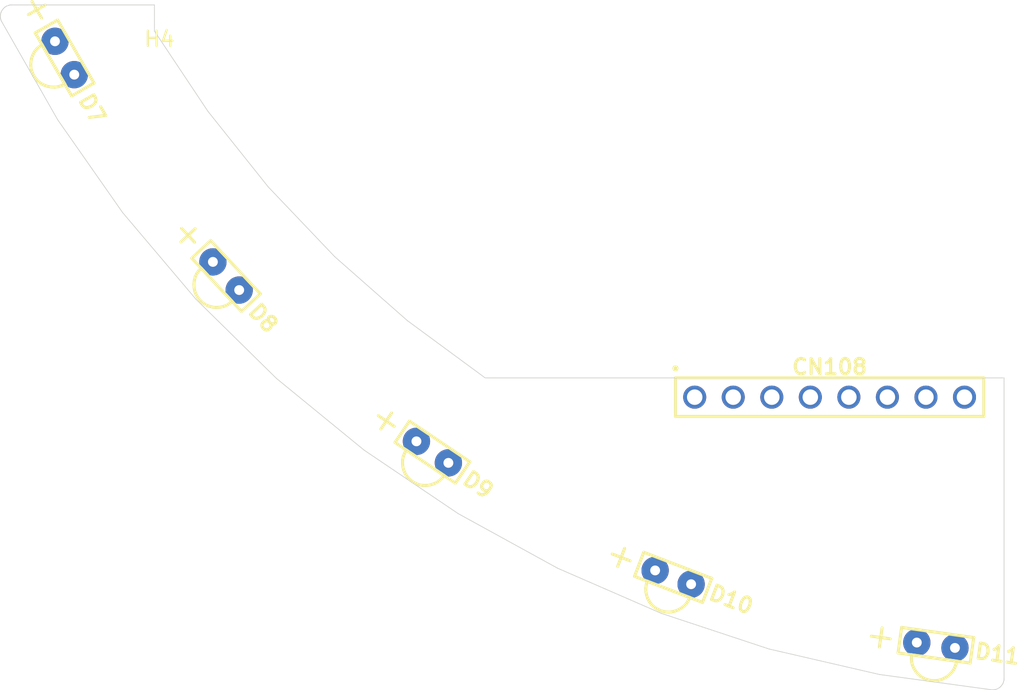
<source format=kicad_pcb>
(kicad_pcb (version 20171130) (host pcbnew 5.1.6-c6e7f7d~87~ubuntu18.04.1)

  (general
    (thickness 1.6)
    (drawings 63)
    (tracks 0)
    (zones 0)
    (modules 7)
    (nets 9)
  )

  (page A)
  (title_block
    (title "HR2 SW PCB")
    (date 2020-06-13)
    (rev A)
    (company "Hombrew Robotics Club")
  )

  (layers
    (0 F.Cu signal)
    (31 B.Cu signal)
    (32 B.Adhes user)
    (33 F.Adhes user)
    (34 B.Paste user)
    (35 F.Paste user)
    (36 B.SilkS user)
    (37 F.SilkS user)
    (38 B.Mask user)
    (39 F.Mask user)
    (40 Dwgs.User user)
    (41 Cmts.User user)
    (42 Eco1.User user)
    (43 Eco2.User user)
    (44 Edge.Cuts user)
    (45 Margin user)
    (46 B.CrtYd user)
    (47 F.CrtYd user)
    (48 B.Fab user)
    (49 F.Fab user hide)
  )

  (setup
    (last_trace_width 0.25)
    (trace_clearance 0.2)
    (zone_clearance 0.508)
    (zone_45_only no)
    (trace_min 0.2)
    (via_size 0.8)
    (via_drill 0.4)
    (via_min_size 0.4)
    (via_min_drill 0.3)
    (uvia_size 0.3)
    (uvia_drill 0.1)
    (uvias_allowed no)
    (uvia_min_size 0.2)
    (uvia_min_drill 0.1)
    (edge_width 0.05)
    (segment_width 0.2)
    (pcb_text_width 0.3)
    (pcb_text_size 1.5 1.5)
    (mod_edge_width 0.12)
    (mod_text_size 1 1)
    (mod_text_width 0.15)
    (pad_size 1.524 1.524)
    (pad_drill 0.762)
    (pad_to_mask_clearance 0.05)
    (aux_axis_origin 0 0)
    (visible_elements FFFFFF7F)
    (pcbplotparams
      (layerselection 0x010fc_ffffffff)
      (usegerberextensions false)
      (usegerberattributes true)
      (usegerberadvancedattributes true)
      (creategerberjobfile true)
      (excludeedgelayer true)
      (linewidth 0.100000)
      (plotframeref false)
      (viasonmask false)
      (mode 1)
      (useauxorigin false)
      (hpglpennumber 1)
      (hpglpenspeed 20)
      (hpglpendiameter 15.000000)
      (psnegative false)
      (psa4output false)
      (plotreference true)
      (plotvalue true)
      (plotinvisibletext false)
      (padsonsilk false)
      (subtractmaskfromsilk false)
      (outputformat 1)
      (mirror false)
      (drillshape 1)
      (scaleselection 1)
      (outputdirectory ""))
  )

  (net 0 "")
  (net 1 "Net-(CN108-Pad8)")
  (net 2 "Net-(CN108-Pad7)")
  (net 3 "Net-(CN108-Pad6)")
  (net 4 "Net-(CN108-Pad5)")
  (net 5 "Net-(CN108-Pad4)")
  (net 6 "Net-(CN108-Pad3)")
  (net 7 "Net-(CN108-Pad2)")
  (net 8 "Net-(CN108-Pad1)")

  (net_class Default "This is the default net class."
    (clearance 0.2)
    (trace_width 0.25)
    (via_dia 0.8)
    (via_drill 0.4)
    (uvia_dia 0.3)
    (uvia_drill 0.1)
    (add_net "Net-(CN108-Pad1)")
    (add_net "Net-(CN108-Pad2)")
    (add_net "Net-(CN108-Pad3)")
    (add_net "Net-(CN108-Pad4)")
    (add_net "Net-(CN108-Pad5)")
    (add_net "Net-(CN108-Pad6)")
    (add_net "Net-(CN108-Pad7)")
    (add_net "Net-(CN108-Pad8)")
  )

  (module HR2:BRIDGE_SW_OUTER_M1x8 (layer F.Cu) (tedit 5F3849B3) (tstamp 5F38D820)
    (at 82 161.87)
    (path /5F387C15)
    (fp_text reference CN108 (at 0 -2) (layer F.SilkS)
      (effects (font (size 1 1) (thickness 0.2)))
    )
    (fp_text value BRIDGE_SW_OUTER;M1x8 (at 0 0) (layer F.Fab)
      (effects (font (size 1 1) (thickness 0.2)))
    )
    (fp_line (start -10.06 -1.91) (end -10.09 -1.98) (layer F.SilkS) (width 0.2))
    (fp_line (start -10.09 -1.98) (end -10.16 -2.01) (layer F.SilkS) (width 0.2))
    (fp_line (start -10.16 -2.01) (end -10.23 -1.98) (layer F.SilkS) (width 0.2))
    (fp_line (start -10.23 -1.98) (end -10.26 -1.91) (layer F.SilkS) (width 0.2))
    (fp_line (start -10.26 -1.91) (end -10.23 -1.83) (layer F.SilkS) (width 0.2))
    (fp_line (start -10.23 -1.83) (end -10.16 -1.8) (layer F.SilkS) (width 0.2))
    (fp_line (start -10.16 -1.8) (end -10.09 -1.83) (layer F.SilkS) (width 0.2))
    (fp_line (start -10.09 -1.83) (end -10.06 -1.91) (layer F.SilkS) (width 0.2))
    (fp_line (start 10.16 -1.27) (end 10.16 1.27) (layer F.SilkS) (width 0.2))
    (fp_line (start 10.16 1.27) (end -10.16 1.27) (layer F.SilkS) (width 0.2))
    (fp_line (start -10.16 1.27) (end -10.16 -1.27) (layer F.SilkS) (width 0.2))
    (fp_line (start -10.16 -1.27) (end 10.16 -1.27) (layer F.SilkS) (width 0.2))
    (pad 8 thru_hole circle (at 8.89 0) (size 1.52 1.52) (drill 1.02) (layers *.Cu *.Mask)
      (net 1 "Net-(CN108-Pad8)"))
    (pad 7 thru_hole circle (at 6.35 0) (size 1.52 1.52) (drill 1.02) (layers *.Cu *.Mask)
      (net 2 "Net-(CN108-Pad7)"))
    (pad 6 thru_hole circle (at 3.81 0) (size 1.52 1.52) (drill 1.02) (layers *.Cu *.Mask)
      (net 3 "Net-(CN108-Pad6)"))
    (pad 5 thru_hole circle (at 1.27 0) (size 1.52 1.52) (drill 1.02) (layers *.Cu *.Mask)
      (net 4 "Net-(CN108-Pad5)"))
    (pad 4 thru_hole circle (at -1.27 0) (size 1.52 1.52) (drill 1.02) (layers *.Cu *.Mask)
      (net 5 "Net-(CN108-Pad4)"))
    (pad 3 thru_hole circle (at -3.81 0) (size 1.52 1.52) (drill 1.02) (layers *.Cu *.Mask)
      (net 6 "Net-(CN108-Pad3)"))
    (pad 2 thru_hole circle (at -6.35 0) (size 1.52 1.52) (drill 1.02) (layers *.Cu *.Mask)
      (net 7 "Net-(CN108-Pad2)"))
    (pad 1 thru_hole circle (at -8.89 0) (size 1.52 1.52) (drill 1.02) (layers *.Cu *.Mask)
      (net 8 "Net-(CN108-Pad1)"))
  )

  (module HR2:LED_GRNRA (layer F.Cu) (tedit 5F309859) (tstamp 5F311D1A)
    (at 89.0053 178.2312 262)
    (path /5F30EB24)
    (fp_text reference D11 (at 0 -4.1 172) (layer F.SilkS)
      (effects (font (size 1 1) (thickness 0.2)))
    )
    (fp_text value LED;GRNRA (at 0 0 82) (layer F.Fab)
      (effects (font (size 1 1) (thickness 0.2)))
    )
    (fp_line (start -0.85 -2.4) (end 0.85 -2.4) (layer F.SilkS) (width 0.2))
    (fp_line (start -0.85 2.4) (end -0.85 -2.4) (layer F.SilkS) (width 0.2))
    (fp_line (start 0.85 2.4) (end -0.85 2.4) (layer F.SilkS) (width 0.2))
    (fp_line (start 0.85 -2.4) (end 0.85 2.4) (layer F.SilkS) (width 0.2))
    (fp_line (start 0.85 -1.5) (end 0.85 1.5) (layer F.SilkS) (width 0.2))
    (fp_line (start 1.08 -1.48) (end 0.85 -1.5) (layer F.SilkS) (width 0.2))
    (fp_line (start 1.31 -1.43) (end 1.08 -1.48) (layer F.SilkS) (width 0.2))
    (fp_line (start 1.53 -1.34) (end 1.31 -1.43) (layer F.SilkS) (width 0.2))
    (fp_line (start 1.73 -1.21) (end 1.53 -1.34) (layer F.SilkS) (width 0.2))
    (fp_line (start 1.91 -1.06) (end 1.73 -1.21) (layer F.SilkS) (width 0.2))
    (fp_line (start 2.06 -0.88) (end 1.91 -1.06) (layer F.SilkS) (width 0.2))
    (fp_line (start 2.19 -0.68) (end 2.06 -0.88) (layer F.SilkS) (width 0.2))
    (fp_line (start 2.28 -0.46) (end 2.19 -0.68) (layer F.SilkS) (width 0.2))
    (fp_line (start 2.33 -0.23) (end 2.28 -0.46) (layer F.SilkS) (width 0.2))
    (fp_line (start 2.35 0) (end 2.33 -0.23) (layer F.SilkS) (width 0.2))
    (fp_line (start 2.33 0.23) (end 2.35 0) (layer F.SilkS) (width 0.2))
    (fp_line (start 2.28 0.46) (end 2.33 0.23) (layer F.SilkS) (width 0.2))
    (fp_line (start 2.19 0.68) (end 2.28 0.46) (layer F.SilkS) (width 0.2))
    (fp_line (start 2.06 0.88) (end 2.19 0.68) (layer F.SilkS) (width 0.2))
    (fp_line (start 1.91 1.06) (end 2.06 0.88) (layer F.SilkS) (width 0.2))
    (fp_line (start 1.73 1.21) (end 1.91 1.06) (layer F.SilkS) (width 0.2))
    (fp_line (start 1.53 1.34) (end 1.73 1.21) (layer F.SilkS) (width 0.2))
    (fp_line (start 1.31 1.43) (end 1.53 1.34) (layer F.SilkS) (width 0.2))
    (fp_line (start 1.08 1.48) (end 1.31 1.43) (layer F.SilkS) (width 0.2))
    (fp_line (start 0.85 1.5) (end 1.08 1.48) (layer F.SilkS) (width 0.2))
    (fp_line (start -0.64 3.67) (end 0.64 3.67) (layer F.SilkS) (width 0.2))
    (fp_line (start 0 4.3) (end 0 3.04) (layer F.SilkS) (width 0.2))
    (pad - thru_hole circle (at 0 -1.27 262) (size 1.8 1.8) (drill 0.65) (layers *.Cu *.Mask))
    (pad + thru_hole circle (at 0 1.27 262) (size 1.8 1.8) (drill 0.65) (layers *.Cu *.Mask))
  )

  (module HR2:LED_GRNRA (layer F.Cu) (tedit 5F309859) (tstamp 5F311CF9)
    (at 71.6889 173.7529 249)
    (path /5F30CF92)
    (fp_text reference D10 (at 0 -4.1 159) (layer F.SilkS)
      (effects (font (size 1 1) (thickness 0.2)))
    )
    (fp_text value LED;GRNRA (at 0 0 69) (layer F.Fab)
      (effects (font (size 1 1) (thickness 0.2)))
    )
    (fp_line (start -0.85 -2.4) (end 0.85 -2.4) (layer F.SilkS) (width 0.2))
    (fp_line (start -0.85 2.4) (end -0.85 -2.4) (layer F.SilkS) (width 0.2))
    (fp_line (start 0.85 2.4) (end -0.85 2.4) (layer F.SilkS) (width 0.2))
    (fp_line (start 0.85 -2.4) (end 0.85 2.4) (layer F.SilkS) (width 0.2))
    (fp_line (start 0.85 -1.5) (end 0.85 1.5) (layer F.SilkS) (width 0.2))
    (fp_line (start 1.08 -1.48) (end 0.85 -1.5) (layer F.SilkS) (width 0.2))
    (fp_line (start 1.31 -1.43) (end 1.08 -1.48) (layer F.SilkS) (width 0.2))
    (fp_line (start 1.53 -1.34) (end 1.31 -1.43) (layer F.SilkS) (width 0.2))
    (fp_line (start 1.73 -1.21) (end 1.53 -1.34) (layer F.SilkS) (width 0.2))
    (fp_line (start 1.91 -1.06) (end 1.73 -1.21) (layer F.SilkS) (width 0.2))
    (fp_line (start 2.06 -0.88) (end 1.91 -1.06) (layer F.SilkS) (width 0.2))
    (fp_line (start 2.19 -0.68) (end 2.06 -0.88) (layer F.SilkS) (width 0.2))
    (fp_line (start 2.28 -0.46) (end 2.19 -0.68) (layer F.SilkS) (width 0.2))
    (fp_line (start 2.33 -0.23) (end 2.28 -0.46) (layer F.SilkS) (width 0.2))
    (fp_line (start 2.35 0) (end 2.33 -0.23) (layer F.SilkS) (width 0.2))
    (fp_line (start 2.33 0.23) (end 2.35 0) (layer F.SilkS) (width 0.2))
    (fp_line (start 2.28 0.46) (end 2.33 0.23) (layer F.SilkS) (width 0.2))
    (fp_line (start 2.19 0.68) (end 2.28 0.46) (layer F.SilkS) (width 0.2))
    (fp_line (start 2.06 0.88) (end 2.19 0.68) (layer F.SilkS) (width 0.2))
    (fp_line (start 1.91 1.06) (end 2.06 0.88) (layer F.SilkS) (width 0.2))
    (fp_line (start 1.73 1.21) (end 1.91 1.06) (layer F.SilkS) (width 0.2))
    (fp_line (start 1.53 1.34) (end 1.73 1.21) (layer F.SilkS) (width 0.2))
    (fp_line (start 1.31 1.43) (end 1.53 1.34) (layer F.SilkS) (width 0.2))
    (fp_line (start 1.08 1.48) (end 1.31 1.43) (layer F.SilkS) (width 0.2))
    (fp_line (start 0.85 1.5) (end 1.08 1.48) (layer F.SilkS) (width 0.2))
    (fp_line (start -0.64 3.67) (end 0.64 3.67) (layer F.SilkS) (width 0.2))
    (fp_line (start 0 4.3) (end 0 3.04) (layer F.SilkS) (width 0.2))
    (pad - thru_hole circle (at 0 -1.27 249) (size 1.8 1.8) (drill 0.65) (layers *.Cu *.Mask))
    (pad + thru_hole circle (at 0 1.27 249) (size 1.8 1.8) (drill 0.65) (layers *.Cu *.Mask))
  )

  (module HR2:LED_GRNRA (layer F.Cu) (tedit 5F309859) (tstamp 5F311EED)
    (at 55.8238 165.494 236)
    (path /5F30CF88)
    (fp_text reference D9 (at 0.1 -3.7 146) (layer F.SilkS)
      (effects (font (size 1 1) (thickness 0.2)))
    )
    (fp_text value LED;GRNRA (at 0 0 56) (layer F.Fab)
      (effects (font (size 1 1) (thickness 0.2)))
    )
    (fp_line (start -0.85 -2.4) (end 0.85 -2.4) (layer F.SilkS) (width 0.2))
    (fp_line (start -0.85 2.4) (end -0.85 -2.4) (layer F.SilkS) (width 0.2))
    (fp_line (start 0.85 2.4) (end -0.85 2.4) (layer F.SilkS) (width 0.2))
    (fp_line (start 0.85 -2.4) (end 0.85 2.4) (layer F.SilkS) (width 0.2))
    (fp_line (start 0.85 -1.5) (end 0.85 1.5) (layer F.SilkS) (width 0.2))
    (fp_line (start 1.08 -1.48) (end 0.85 -1.5) (layer F.SilkS) (width 0.2))
    (fp_line (start 1.31 -1.43) (end 1.08 -1.48) (layer F.SilkS) (width 0.2))
    (fp_line (start 1.53 -1.34) (end 1.31 -1.43) (layer F.SilkS) (width 0.2))
    (fp_line (start 1.73 -1.21) (end 1.53 -1.34) (layer F.SilkS) (width 0.2))
    (fp_line (start 1.91 -1.06) (end 1.73 -1.21) (layer F.SilkS) (width 0.2))
    (fp_line (start 2.06 -0.88) (end 1.91 -1.06) (layer F.SilkS) (width 0.2))
    (fp_line (start 2.19 -0.68) (end 2.06 -0.88) (layer F.SilkS) (width 0.2))
    (fp_line (start 2.28 -0.46) (end 2.19 -0.68) (layer F.SilkS) (width 0.2))
    (fp_line (start 2.33 -0.23) (end 2.28 -0.46) (layer F.SilkS) (width 0.2))
    (fp_line (start 2.35 0) (end 2.33 -0.23) (layer F.SilkS) (width 0.2))
    (fp_line (start 2.33 0.23) (end 2.35 0) (layer F.SilkS) (width 0.2))
    (fp_line (start 2.28 0.46) (end 2.33 0.23) (layer F.SilkS) (width 0.2))
    (fp_line (start 2.19 0.68) (end 2.28 0.46) (layer F.SilkS) (width 0.2))
    (fp_line (start 2.06 0.88) (end 2.19 0.68) (layer F.SilkS) (width 0.2))
    (fp_line (start 1.91 1.06) (end 2.06 0.88) (layer F.SilkS) (width 0.2))
    (fp_line (start 1.73 1.21) (end 1.91 1.06) (layer F.SilkS) (width 0.2))
    (fp_line (start 1.53 1.34) (end 1.73 1.21) (layer F.SilkS) (width 0.2))
    (fp_line (start 1.31 1.43) (end 1.53 1.34) (layer F.SilkS) (width 0.2))
    (fp_line (start 1.08 1.48) (end 1.31 1.43) (layer F.SilkS) (width 0.2))
    (fp_line (start 0.85 1.5) (end 1.08 1.48) (layer F.SilkS) (width 0.2))
    (fp_line (start -0.64 3.67) (end 0.64 3.67) (layer F.SilkS) (width 0.2))
    (fp_line (start 0 4.3) (end 0 3.04) (layer F.SilkS) (width 0.2))
    (pad - thru_hole circle (at 0 -1.27 236) (size 1.8 1.8) (drill 0.65) (layers *.Cu *.Mask))
    (pad + thru_hole circle (at 0 1.27 236) (size 1.8 1.8) (drill 0.65) (layers *.Cu *.Mask))
  )

  (module HR2:LED_GRNRA (layer F.Cu) (tedit 5F309859) (tstamp 5F311CB7)
    (at 42.2231 153.8779 223)
    (path /5F30CB7A)
    (fp_text reference D8 (at 0.1 -3.7 133) (layer F.SilkS)
      (effects (font (size 1 1) (thickness 0.2)))
    )
    (fp_text value LED;GRNRA (at 0 0 43) (layer F.Fab)
      (effects (font (size 1 1) (thickness 0.2)))
    )
    (fp_line (start -0.85 -2.4) (end 0.85 -2.4) (layer F.SilkS) (width 0.2))
    (fp_line (start -0.85 2.4) (end -0.85 -2.4) (layer F.SilkS) (width 0.2))
    (fp_line (start 0.85 2.4) (end -0.85 2.4) (layer F.SilkS) (width 0.2))
    (fp_line (start 0.85 -2.4) (end 0.85 2.4) (layer F.SilkS) (width 0.2))
    (fp_line (start 0.85 -1.5) (end 0.85 1.5) (layer F.SilkS) (width 0.2))
    (fp_line (start 1.08 -1.48) (end 0.85 -1.5) (layer F.SilkS) (width 0.2))
    (fp_line (start 1.31 -1.43) (end 1.08 -1.48) (layer F.SilkS) (width 0.2))
    (fp_line (start 1.53 -1.34) (end 1.31 -1.43) (layer F.SilkS) (width 0.2))
    (fp_line (start 1.73 -1.21) (end 1.53 -1.34) (layer F.SilkS) (width 0.2))
    (fp_line (start 1.91 -1.06) (end 1.73 -1.21) (layer F.SilkS) (width 0.2))
    (fp_line (start 2.06 -0.88) (end 1.91 -1.06) (layer F.SilkS) (width 0.2))
    (fp_line (start 2.19 -0.68) (end 2.06 -0.88) (layer F.SilkS) (width 0.2))
    (fp_line (start 2.28 -0.46) (end 2.19 -0.68) (layer F.SilkS) (width 0.2))
    (fp_line (start 2.33 -0.23) (end 2.28 -0.46) (layer F.SilkS) (width 0.2))
    (fp_line (start 2.35 0) (end 2.33 -0.23) (layer F.SilkS) (width 0.2))
    (fp_line (start 2.33 0.23) (end 2.35 0) (layer F.SilkS) (width 0.2))
    (fp_line (start 2.28 0.46) (end 2.33 0.23) (layer F.SilkS) (width 0.2))
    (fp_line (start 2.19 0.68) (end 2.28 0.46) (layer F.SilkS) (width 0.2))
    (fp_line (start 2.06 0.88) (end 2.19 0.68) (layer F.SilkS) (width 0.2))
    (fp_line (start 1.91 1.06) (end 2.06 0.88) (layer F.SilkS) (width 0.2))
    (fp_line (start 1.73 1.21) (end 1.91 1.06) (layer F.SilkS) (width 0.2))
    (fp_line (start 1.53 1.34) (end 1.73 1.21) (layer F.SilkS) (width 0.2))
    (fp_line (start 1.31 1.43) (end 1.53 1.34) (layer F.SilkS) (width 0.2))
    (fp_line (start 1.08 1.48) (end 1.31 1.43) (layer F.SilkS) (width 0.2))
    (fp_line (start 0.85 1.5) (end 1.08 1.48) (layer F.SilkS) (width 0.2))
    (fp_line (start -0.64 3.67) (end 0.64 3.67) (layer F.SilkS) (width 0.2))
    (fp_line (start 0 4.3) (end 0 3.04) (layer F.SilkS) (width 0.2))
    (pad - thru_hole circle (at 0 -1.27 223) (size 1.8 1.8) (drill 0.65) (layers *.Cu *.Mask))
    (pad + thru_hole circle (at 0 1.27 223) (size 1.8 1.8) (drill 0.65) (layers *.Cu *.Mask))
  )

  (module HR2:LED_GRNRA (layer F.Cu) (tedit 5F309859) (tstamp 5F311C96)
    (at 31.584 139.5 210)
    (path /5F30BFB1)
    (fp_text reference D7 (at 0.1 -3.8 120) (layer F.SilkS)
      (effects (font (size 1 1) (thickness 0.2)))
    )
    (fp_text value LED;GRNRA (at 0 0 30) (layer F.Fab)
      (effects (font (size 1 1) (thickness 0.2)))
    )
    (fp_line (start -0.85 -2.4) (end 0.85 -2.4) (layer F.SilkS) (width 0.2))
    (fp_line (start -0.85 2.4) (end -0.85 -2.4) (layer F.SilkS) (width 0.2))
    (fp_line (start 0.85 2.4) (end -0.85 2.4) (layer F.SilkS) (width 0.2))
    (fp_line (start 0.85 -2.4) (end 0.85 2.4) (layer F.SilkS) (width 0.2))
    (fp_line (start 0.85 -1.5) (end 0.85 1.5) (layer F.SilkS) (width 0.2))
    (fp_line (start 1.08 -1.48) (end 0.85 -1.5) (layer F.SilkS) (width 0.2))
    (fp_line (start 1.31 -1.43) (end 1.08 -1.48) (layer F.SilkS) (width 0.2))
    (fp_line (start 1.53 -1.34) (end 1.31 -1.43) (layer F.SilkS) (width 0.2))
    (fp_line (start 1.73 -1.21) (end 1.53 -1.34) (layer F.SilkS) (width 0.2))
    (fp_line (start 1.91 -1.06) (end 1.73 -1.21) (layer F.SilkS) (width 0.2))
    (fp_line (start 2.06 -0.88) (end 1.91 -1.06) (layer F.SilkS) (width 0.2))
    (fp_line (start 2.19 -0.68) (end 2.06 -0.88) (layer F.SilkS) (width 0.2))
    (fp_line (start 2.28 -0.46) (end 2.19 -0.68) (layer F.SilkS) (width 0.2))
    (fp_line (start 2.33 -0.23) (end 2.28 -0.46) (layer F.SilkS) (width 0.2))
    (fp_line (start 2.35 0) (end 2.33 -0.23) (layer F.SilkS) (width 0.2))
    (fp_line (start 2.33 0.23) (end 2.35 0) (layer F.SilkS) (width 0.2))
    (fp_line (start 2.28 0.46) (end 2.33 0.23) (layer F.SilkS) (width 0.2))
    (fp_line (start 2.19 0.68) (end 2.28 0.46) (layer F.SilkS) (width 0.2))
    (fp_line (start 2.06 0.88) (end 2.19 0.68) (layer F.SilkS) (width 0.2))
    (fp_line (start 1.91 1.06) (end 2.06 0.88) (layer F.SilkS) (width 0.2))
    (fp_line (start 1.73 1.21) (end 1.91 1.06) (layer F.SilkS) (width 0.2))
    (fp_line (start 1.53 1.34) (end 1.73 1.21) (layer F.SilkS) (width 0.2))
    (fp_line (start 1.31 1.43) (end 1.53 1.34) (layer F.SilkS) (width 0.2))
    (fp_line (start 1.08 1.48) (end 1.31 1.43) (layer F.SilkS) (width 0.2))
    (fp_line (start 0.85 1.5) (end 1.08 1.48) (layer F.SilkS) (width 0.2))
    (fp_line (start -0.64 3.67) (end 0.64 3.67) (layer F.SilkS) (width 0.2))
    (fp_line (start 0 4.3) (end 0 3.04) (layer F.SilkS) (width 0.2))
    (pad - thru_hole circle (at 0 -1.27 210) (size 1.8 1.8) (drill 0.65) (layers *.Cu *.Mask))
    (pad + thru_hole circle (at 0 1.27 210) (size 1.8 1.8) (drill 0.65) (layers *.Cu *.Mask))
  )

  (module MountingHole:MountingHole_2.7mm_M2.5 (layer F.Cu) (tedit 56D1B4CB) (tstamp 5F2FD63A)
    (at 37.8316 141.9423)
    (descr "Mounting Hole 2.7mm, no annular, M2.5")
    (tags "mounting hole 2.7mm no annular m2.5")
    (path /5F2F7A6B)
    (attr virtual)
    (fp_text reference H4 (at 0 -3.7) (layer F.SilkS)
      (effects (font (size 1 1) (thickness 0.15)))
    )
    (fp_text value HOLE;M2.5 (at 0 3.7) (layer F.Fab)
      (effects (font (size 1 1) (thickness 0.15)))
    )
    (fp_circle (center 0 0) (end 2.7 0) (layer Cmts.User) (width 0.15))
    (fp_circle (center 0 0) (end 2.95 0) (layer F.CrtYd) (width 0.05))
    (fp_text user %R (at 0.3 0) (layer F.Fab)
      (effects (font (size 1 1) (thickness 0.15)))
    )
    (pad 1 np_thru_hole circle (at 0 0) (size 2.7 2.7) (drill 2.7) (layers *.Cu *.Mask))
  )

  (gr_line (start 37.5 136) (end 28.1 136) (layer Edge.Cuts) (width 0.05))
  (gr_line (start 28.1 136) (end 28.03 136) (layer Edge.Cuts) (width 0.05))
  (gr_line (start 28.03 136) (end 27.96 136.01) (layer Edge.Cuts) (width 0.05))
  (gr_line (start 27.96 136.01) (end 27.9 136.03) (layer Edge.Cuts) (width 0.05))
  (gr_line (start 27.9 136.03) (end 27.84 136.05) (layer Edge.Cuts) (width 0.05))
  (gr_line (start 27.84 136.05) (end 27.77 136.07) (layer Edge.Cuts) (width 0.05))
  (gr_line (start 27.77 136.07) (end 27.72 136.1) (layer Edge.Cuts) (width 0.05))
  (gr_line (start 27.72 136.1) (end 27.66 136.14) (layer Edge.Cuts) (width 0.05))
  (gr_line (start 27.66 136.14) (end 27.61 136.18) (layer Edge.Cuts) (width 0.05))
  (gr_line (start 27.61 136.18) (end 27.56 136.23) (layer Edge.Cuts) (width 0.05))
  (gr_line (start 27.56 136.23) (end 27.52 136.28) (layer Edge.Cuts) (width 0.05))
  (gr_line (start 27.52 136.28) (end 27.48 136.33) (layer Edge.Cuts) (width 0.05))
  (gr_line (start 27.48 136.33) (end 27.44 136.39) (layer Edge.Cuts) (width 0.05))
  (gr_line (start 27.44 136.39) (end 27.41 136.45) (layer Edge.Cuts) (width 0.05))
  (gr_line (start 27.41 136.45) (end 27.39 136.51) (layer Edge.Cuts) (width 0.05))
  (gr_line (start 27.39 136.51) (end 27.37 136.57) (layer Edge.Cuts) (width 0.05))
  (gr_line (start 27.37 136.57) (end 27.36 136.64) (layer Edge.Cuts) (width 0.05))
  (gr_line (start 27.36 136.64) (end 27.35 136.7) (layer Edge.Cuts) (width 0.05))
  (gr_line (start 27.35 136.7) (end 27.35 136.77) (layer Edge.Cuts) (width 0.05))
  (gr_line (start 27.35 136.77) (end 27.35 136.84) (layer Edge.Cuts) (width 0.05))
  (gr_line (start 27.35 136.84) (end 27.36 136.9) (layer Edge.Cuts) (width 0.05))
  (gr_line (start 27.36 136.9) (end 27.38 136.97) (layer Edge.Cuts) (width 0.05))
  (gr_line (start 27.38 136.97) (end 27.4 137.03) (layer Edge.Cuts) (width 0.05))
  (gr_line (start 27.4 137.03) (end 27.43 137.09) (layer Edge.Cuts) (width 0.05))
  (gr_line (start 27.43 137.09) (end 27.43 137.09) (layer Edge.Cuts) (width 0.05))
  (gr_line (start 27.43 137.09) (end 31.13 143.58) (layer Edge.Cuts) (width 0.05))
  (gr_line (start 31.13 143.58) (end 35.41 149.7) (layer Edge.Cuts) (width 0.05))
  (gr_line (start 35.41 149.7) (end 40.23 155.4) (layer Edge.Cuts) (width 0.05))
  (gr_line (start 40.23 155.4) (end 45.55 160.64) (layer Edge.Cuts) (width 0.05))
  (gr_line (start 45.55 160.64) (end 51.33 165.37) (layer Edge.Cuts) (width 0.05))
  (gr_line (start 51.33 165.37) (end 57.52 169.55) (layer Edge.Cuts) (width 0.05))
  (gr_line (start 57.52 169.55) (end 64.07 173.15) (layer Edge.Cuts) (width 0.05))
  (gr_line (start 64.07 173.15) (end 70.91 176.13) (layer Edge.Cuts) (width 0.05))
  (gr_line (start 70.91 176.13) (end 78.01 178.48) (layer Edge.Cuts) (width 0.05))
  (gr_line (start 78.01 178.48) (end 85.28 180.16) (layer Edge.Cuts) (width 0.05))
  (gr_line (start 85.28 180.16) (end 92.68 181.17) (layer Edge.Cuts) (width 0.05))
  (gr_line (start 92.68 181.17) (end 92.75 181.17) (layer Edge.Cuts) (width 0.05))
  (gr_line (start 92.75 181.17) (end 92.81 181.17) (layer Edge.Cuts) (width 0.05))
  (gr_line (start 92.81 181.17) (end 92.88 181.16) (layer Edge.Cuts) (width 0.05))
  (gr_line (start 92.88 181.16) (end 92.94 181.15) (layer Edge.Cuts) (width 0.05))
  (gr_line (start 92.94 181.15) (end 93.01 181.13) (layer Edge.Cuts) (width 0.05))
  (gr_line (start 93.01 181.13) (end 93.07 181.1) (layer Edge.Cuts) (width 0.05))
  (gr_line (start 93.07 181.1) (end 93.12 181.07) (layer Edge.Cuts) (width 0.05))
  (gr_line (start 93.12 181.07) (end 93.18 181.04) (layer Edge.Cuts) (width 0.05))
  (gr_line (start 93.18 181.04) (end 93.23 181) (layer Edge.Cuts) (width 0.05))
  (gr_line (start 93.23 181) (end 93.28 180.95) (layer Edge.Cuts) (width 0.05))
  (gr_line (start 93.28 180.95) (end 93.32 180.91) (layer Edge.Cuts) (width 0.05))
  (gr_line (start 93.32 180.91) (end 93.36 180.85) (layer Edge.Cuts) (width 0.05))
  (gr_line (start 93.36 180.85) (end 93.4 180.8) (layer Edge.Cuts) (width 0.05))
  (gr_line (start 93.4 180.8) (end 93.43 180.74) (layer Edge.Cuts) (width 0.05))
  (gr_line (start 93.43 180.74) (end 93.45 180.68) (layer Edge.Cuts) (width 0.05))
  (gr_line (start 93.45 180.68) (end 93.47 180.62) (layer Edge.Cuts) (width 0.05))
  (gr_line (start 93.47 180.62) (end 93.49 180.55) (layer Edge.Cuts) (width 0.05))
  (gr_line (start 93.49 180.55) (end 93.5 180.49) (layer Edge.Cuts) (width 0.05))
  (gr_line (start 93.5 180.49) (end 93.5 180.42) (layer Edge.Cuts) (width 0.05))
  (gr_line (start 93.5 180.42) (end 93.5 160.6) (layer Edge.Cuts) (width 0.05))
  (gr_line (start 93.5 160.6) (end 59.3 160.6) (layer Edge.Cuts) (width 0.05))
  (gr_line (start 59.3 160.6) (end 54.17 156.82) (layer Edge.Cuts) (width 0.05))
  (gr_line (start 54.17 156.82) (end 49.39 152.61) (layer Edge.Cuts) (width 0.05))
  (gr_line (start 49.39 152.61) (end 45 148) (layer Edge.Cuts) (width 0.05))
  (gr_line (start 45 148) (end 41.03 143.02) (layer Edge.Cuts) (width 0.05))
  (gr_line (start 41.03 143.02) (end 37.5 137.72) (layer Edge.Cuts) (width 0.05))
  (gr_line (start 37.5 137.72) (end 37.5 136) (layer Edge.Cuts) (width 0.05))

)

</source>
